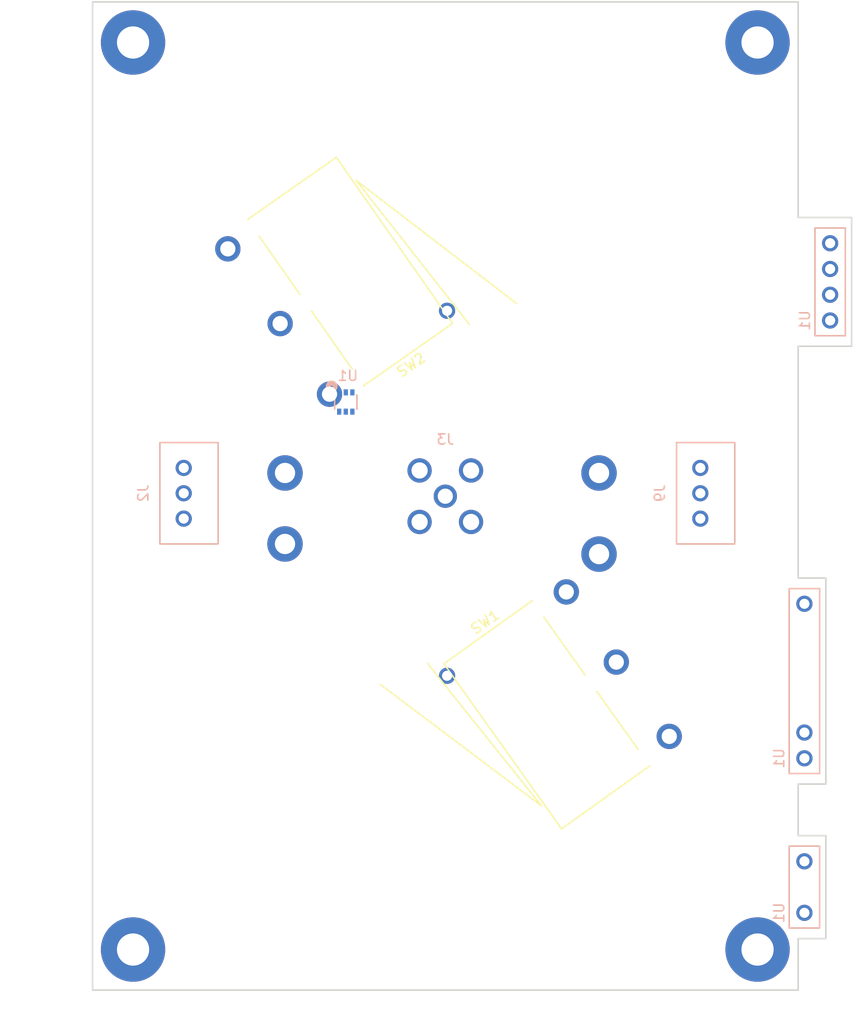
<source format=kicad_pcb>
(kicad_pcb (version 4) (host pcbnew 4.0.7-e2-6376~58~ubuntu16.04.1)

  (general
    (links 17)
    (no_connects 17)
    (area 89.924999 42.464999 165.005001 140.075001)
    (thickness 1.6)
    (drawings 22)
    (tracks 0)
    (zones 0)
    (modules 19)
    (nets 17)
  )

  (page A4)
  (layers
    (0 F.Cu signal)
    (31 B.Cu signal)
    (32 B.Adhes user)
    (33 F.Adhes user)
    (34 B.Paste user)
    (35 F.Paste user)
    (36 B.SilkS user)
    (37 F.SilkS user)
    (38 B.Mask user)
    (39 F.Mask user)
    (40 Dwgs.User user)
    (41 Cmts.User user)
    (42 Eco1.User user)
    (43 Eco2.User user)
    (44 Edge.Cuts user)
    (45 Margin user)
    (46 B.CrtYd user)
    (47 F.CrtYd user)
    (48 B.Fab user)
    (49 F.Fab user)
  )

  (setup
    (last_trace_width 0.25)
    (trace_clearance 0.2)
    (zone_clearance 0.2)
    (zone_45_only no)
    (trace_min 0.2)
    (segment_width 0.2)
    (edge_width 0.15)
    (via_size 0.6)
    (via_drill 0.4)
    (via_min_size 0.4)
    (via_min_drill 0.3)
    (uvia_size 0.3)
    (uvia_drill 0.1)
    (uvias_allowed no)
    (uvia_min_size 0.2)
    (uvia_min_drill 0.1)
    (pcb_text_width 0.3)
    (pcb_text_size 1.5 1.5)
    (mod_edge_width 0.15)
    (mod_text_size 1 1)
    (mod_text_width 0.15)
    (pad_size 1.6 1.6)
    (pad_drill 1)
    (pad_to_mask_clearance 0.2)
    (aux_axis_origin 90 140)
    (grid_origin 90 140)
    (visible_elements FFFFFF7F)
    (pcbplotparams
      (layerselection 0x00030_80000001)
      (usegerberextensions false)
      (excludeedgelayer true)
      (linewidth 0.100000)
      (plotframeref false)
      (viasonmask false)
      (mode 1)
      (useauxorigin false)
      (hpglpennumber 1)
      (hpglpenspeed 20)
      (hpglpendiameter 15)
      (hpglpenoverlay 2)
      (psnegative false)
      (psa4output false)
      (plotreference true)
      (plotvalue true)
      (plotinvisibletext false)
      (padsonsilk false)
      (subtractmaskfromsilk false)
      (outputformat 1)
      (mirror false)
      (drillshape 1)
      (scaleselection 1)
      (outputdirectory ""))
  )

  (net 0 "")
  (net 1 "Net-(J1-Pad1)")
  (net 2 "Net-(J3-Pad2)")
  (net 3 "Net-(J2-Pad1)")
  (net 4 "Net-(J2-Pad2)")
  (net 5 "Net-(SW1-PadNO)")
  (net 6 "Net-(SW2-PadNO)")
  (net 7 "Net-(J9-Pad2)")
  (net 8 "Net-(J10-Pad1)")
  (net 9 "Net-(J11-Pad1)")
  (net 10 "Net-(J12-Pad1)")
  (net 11 "Net-(J13-Pad1)")
  (net 12 GND)
  (net 13 "Net-(J9-Pad1)")
  (net 14 "Net-(J9-Pad3)")
  (net 15 "Net-(SW1-PadNC)")
  (net 16 "Net-(SW2-PadNC)")

  (net_class Default "This is the default net class."
    (clearance 0.2)
    (trace_width 0.25)
    (via_dia 0.6)
    (via_drill 0.4)
    (uvia_dia 0.3)
    (uvia_drill 0.1)
    (add_net GND)
    (add_net "Net-(J10-Pad1)")
    (add_net "Net-(J11-Pad1)")
    (add_net "Net-(J12-Pad1)")
    (add_net "Net-(J13-Pad1)")
    (add_net "Net-(J2-Pad1)")
    (add_net "Net-(J2-Pad2)")
    (add_net "Net-(J3-Pad2)")
    (add_net "Net-(J9-Pad1)")
    (add_net "Net-(J9-Pad2)")
    (add_net "Net-(J9-Pad3)")
    (add_net "Net-(SW1-PadNC)")
    (add_net "Net-(SW1-PadNO)")
    (add_net "Net-(SW2-PadNC)")
    (add_net "Net-(SW2-PadNO)")
  )

  (net_class RF ""
    (clearance 0.2)
    (trace_width 0.5)
    (via_dia 0.6)
    (via_drill 0.4)
    (uvia_dia 0.3)
    (uvia_drill 0.1)
    (add_net "Net-(J1-Pad1)")
  )

  (module SFUSat:SMA-Vert-TH (layer B.Cu) (tedit 59222DDC) (tstamp 59433206)
    (at 124.825 91.29)
    (path /59433123)
    (fp_text reference J3 (at 0 -5.6) (layer B.SilkS)
      (effects (font (size 1 1) (thickness 0.15)) (justify mirror))
    )
    (fp_text value SMA (at 0 5.6) (layer B.Fab)
      (effects (font (size 1 1) (thickness 0.15)) (justify mirror))
    )
    (fp_line (start 3.2 3.2) (end 3.2 -3.2) (layer Dwgs.User) (width 0.15))
    (fp_line (start 3.2 -3.2) (end -3.2 -3.2) (layer Dwgs.User) (width 0.15))
    (fp_line (start -3.2 -3.2) (end -3.2 3.2) (layer Dwgs.User) (width 0.15))
    (fp_line (start -3.2 3.2) (end 3.2 3.2) (layer Dwgs.User) (width 0.15))
    (pad 2 thru_hole circle (at -2.54 -2.54) (size 2.4 2.4) (drill 1.6) (layers *.Cu *.Mask)
      (net 2 "Net-(J3-Pad2)"))
    (pad 2 thru_hole circle (at 2.54 -2.54) (size 2.4 2.4) (drill 1.6) (layers *.Cu *.Mask)
      (net 2 "Net-(J3-Pad2)"))
    (pad 2 thru_hole circle (at 2.54 2.54) (size 2.4 2.4) (drill 1.6) (layers *.Cu *.Mask)
      (net 2 "Net-(J3-Pad2)"))
    (pad 1 thru_hole circle (at 0 0) (size 2.3 2.3) (drill 1.5) (layers *.Cu *.Mask)
      (net 1 "Net-(J1-Pad1)"))
    (pad 2 thru_hole circle (at -2.54 2.54) (size 2.4 2.4) (drill 1.6) (layers *.Cu *.Mask)
      (net 2 "Net-(J3-Pad2)"))
    (model ../../../../../home/tobi/Cubesat/Antenna-Feed/KiCad-Lib/SFUSat.pretty/SMA-J-P-H-ST-TH1.wrl
      (at (xyz 0 0 0))
      (scale (xyz 1 1 1))
      (rotate (xyz 0 0 0))
    )
  )

  (module SFUSat:B3B-XH-A (layer B.Cu) (tedit 5AE4C803) (tstamp 5AA3987C)
    (at 99 91 90)
    (path /5AA386EC)
    (fp_text reference J2 (at 0 -4 90) (layer B.SilkS)
      (effects (font (size 1 1) (thickness 0.15)) (justify mirror))
    )
    (fp_text value "B3B-XH-A(LF)(SN)" (at 0 2.5 90) (layer B.Fab)
      (effects (font (size 1 1) (thickness 0.15)) (justify mirror))
    )
    (fp_line (start -4.95 -2.35) (end 4.95 -2.35) (layer B.SilkS) (width 0.15))
    (fp_line (start 5 3.4) (end 5 -2.35) (layer B.SilkS) (width 0.15))
    (fp_line (start -4.95 3.4) (end 4.95 3.4) (layer B.SilkS) (width 0.15))
    (fp_line (start -5 3.4) (end -5 -2.35) (layer B.SilkS) (width 0.15))
    (pad 1 thru_hole circle (at -2.5 0 90) (size 1.6 1.6) (drill 1) (layers *.Cu *.Mask)
      (net 3 "Net-(J2-Pad1)"))
    (pad 3 thru_hole circle (at 2.5 0 90) (size 1.6 1.6) (drill 1) (layers *.Cu *.Mask)
      (net 12 GND))
    (pad 2 thru_hole circle (at 0 0 90) (size 1.6 1.6) (drill 1) (layers *.Cu *.Mask)
      (net 4 "Net-(J2-Pad2)"))
    (model ../../../../../home/tobi/Cubesat/Antenna-Feed/KiCad-Lib/SFUSat.pretty/B3B-XH-A.wrl
      (at (xyz 0 0 0))
      (scale (xyz 1 1 1))
      (rotate (xyz 0 0 0))
    )
  )

  (module SFUSat:via-0.97mm (layer F.Cu) (tedit 5ABFF726) (tstamp 5AA5E366)
    (at 125 109)
    (path /5AA46726)
    (fp_text reference J1 (at 0.0635 2.032) (layer F.SilkS) hide
      (effects (font (size 1 1) (thickness 0.15)))
    )
    (fp_text value Conn_01x01 (at 0.254 -2.8575) (layer F.Fab) hide
      (effects (font (size 1 1) (thickness 0.15)))
    )
    (pad 1 thru_hole circle (at 0 0) (size 1.6 1.6) (drill 1) (layers *.Cu)
      (net 1 "Net-(J1-Pad1)") (zone_connect 2))
  )

  (module SFUSat:via-0.97mm (layer F.Cu) (tedit 5ABFF721) (tstamp 5AA5E36E)
    (at 125 73)
    (path /5AA4669F)
    (fp_text reference J4 (at 0.0635 2.032) (layer F.SilkS) hide
      (effects (font (size 1 1) (thickness 0.15)))
    )
    (fp_text value Conn_01x01 (at 0.254 -2.8575) (layer F.Fab) hide
      (effects (font (size 1 1) (thickness 0.15)))
    )
    (pad 1 thru_hole circle (at 0 0) (size 1.6 1.6) (drill 1) (layers *.Cu)
      (net 2 "Net-(J3-Pad2)") (zone_connect 2))
  )

  (module SFUSat:SS-3GLPD-R (layer F.Cu) (tedit 5AE4C63E) (tstamp 5AA5E395)
    (at 140.02 109.16 125.5)
    (path /5AA5D587)
    (fp_text reference SW1 (at 11 -6 215.5) (layer F.SilkS)
      (effects (font (size 1 1) (thickness 0.15)))
    )
    (fp_text value LIMIT_SWITCH (at 0 -8 125.5) (layer F.Fab)
      (effects (font (size 1 1) (thickness 0.15)))
    )
    (fp_line (start -7 -12) (end 12 -18) (layer F.SilkS) (width 0.15))
    (fp_line (start -7 -12) (end 11 -13) (layer F.SilkS) (width 0.15))
    (fp_line (start -10 -11.7) (end 10 -11.7) (layer F.SilkS) (width 0.15))
    (fp_line (start 10 -1) (end 10 -11.7) (layer F.SilkS) (width 0.15))
    (fp_line (start -8 -1) (end -10 -1) (layer F.Fab) (width 0.15))
    (fp_line (start 8 -1) (end 10 -1) (layer F.Fab) (width 0.15))
    (fp_line (start 1 -1) (end 8 -1) (layer F.SilkS) (width 0.15))
    (fp_line (start -1 -1) (end 1 -1) (layer F.Fab) (width 0.15))
    (fp_line (start -8 -1) (end -1 -1) (layer F.SilkS) (width 0.15))
    (fp_line (start -10 -1) (end -10 -11.7) (layer F.SilkS) (width 0.15))
    (pad NO thru_hole circle (at 0.25 2.25 125.5) (size 2.5 2.5) (drill 1.5) (layers *.Cu *.Mask)
      (net 5 "Net-(SW1-PadNO)"))
    (pad COM thru_hole circle (at -8.75 2.25 125.5) (size 2.5 2.5) (drill 1.5) (layers *.Cu *.Mask)
      (net 13 "Net-(J9-Pad1)"))
    (pad NC thru_hole circle (at 8.75 2.25 125.5) (size 2.5 2.5) (drill 1.5) (layers *.Cu *.Mask)
      (net 15 "Net-(SW1-PadNC)"))
    (pad "" np_thru_hole circle (at 4.75 -4 125.5) (size 2.4 2.4) (drill 2.4) (layers *.Cu *.Mask))
    (pad "" np_thru_hole circle (at -4.75 -4 125.5) (size 2.4 2.4) (drill 2.4) (layers *.Cu *.Mask))
    (model /home/tobi/Cubesat/z-panel/KiCad-Lib/SFUSat.pretty/SS_3GLP_R.wrl
      (at (xyz 0 0 0))
      (scale (xyz 1 1 1))
      (rotate (xyz 0 0 0))
    )
  )

  (module SFUSat:SS-3GLPD-R (layer F.Cu) (tedit 5AA48577) (tstamp 5AA5E3A8)
    (at 110.218904 72.77 305)
    (path /5AAB74FD)
    (fp_text reference SW2 (at 11 -6 395) (layer F.SilkS)
      (effects (font (size 1 1) (thickness 0.15)))
    )
    (fp_text value LIMIT_SWITCH (at 0 -8 305) (layer F.Fab)
      (effects (font (size 1 1) (thickness 0.15)))
    )
    (fp_line (start -7 -12) (end 12 -18) (layer F.SilkS) (width 0.15))
    (fp_line (start -7 -12) (end 11 -13) (layer F.SilkS) (width 0.15))
    (fp_line (start -10 -11.7) (end 10 -11.7) (layer F.SilkS) (width 0.15))
    (fp_line (start 10 -1) (end 10 -11.7) (layer F.SilkS) (width 0.15))
    (fp_line (start -8 -1) (end -10 -1) (layer F.Fab) (width 0.15))
    (fp_line (start 8 -1) (end 10 -1) (layer F.Fab) (width 0.15))
    (fp_line (start 1 -1) (end 8 -1) (layer F.SilkS) (width 0.15))
    (fp_line (start -1 -1) (end 1 -1) (layer F.Fab) (width 0.15))
    (fp_line (start -8 -1) (end -1 -1) (layer F.SilkS) (width 0.15))
    (fp_line (start -10 -1) (end -10 -11.7) (layer F.SilkS) (width 0.15))
    (pad NO thru_hole circle (at 0.25 2.25 305) (size 2.5 2.5) (drill 1.5) (layers *.Cu *.Mask)
      (net 6 "Net-(SW2-PadNO)"))
    (pad COM thru_hole circle (at -8.75 2.25 305) (size 2.5 2.5) (drill 1.5) (layers *.Cu *.Mask)
      (net 13 "Net-(J9-Pad1)"))
    (pad NC thru_hole circle (at 8.75 2.25 305) (size 2.5 2.5) (drill 1.5) (layers *.Cu *.Mask)
      (net 16 "Net-(SW2-PadNC)"))
    (pad "" np_thru_hole circle (at 4.75 -4 305) (size 2.4 2.4) (drill 2.4) (layers *.Cu *.Mask))
    (pad "" np_thru_hole circle (at -4.75 -4 305) (size 2.4 2.4) (drill 2.4) (layers *.Cu *.Mask))
    (model /home/tobi/Cubesat/z-panel/KiCad-Lib/SFUSat.pretty/SS_3GLP_R.wrl
      (at (xyz 0 0 0))
      (scale (xyz 1 1 1))
      (rotate (xyz 0 0 0))
    )
  )

  (module SFUSat:B3B-XH-A (layer B.Cu) (tedit 5AA3636D) (tstamp 5AAB0EDA)
    (at 150 91 90)
    (path /5AAB74F1)
    (fp_text reference J9 (at 0 -4 90) (layer B.SilkS)
      (effects (font (size 1 1) (thickness 0.15)) (justify mirror))
    )
    (fp_text value "B3B-XH-A(LF)(SN)" (at 0 2.5 90) (layer B.Fab)
      (effects (font (size 1 1) (thickness 0.15)) (justify mirror))
    )
    (fp_line (start -4.95 -2.35) (end 4.95 -2.35) (layer B.SilkS) (width 0.15))
    (fp_line (start 5 3.4) (end 5 -2.35) (layer B.SilkS) (width 0.15))
    (fp_line (start -4.95 3.4) (end 4.95 3.4) (layer B.SilkS) (width 0.15))
    (fp_line (start -5 3.4) (end -5 -2.35) (layer B.SilkS) (width 0.15))
    (pad 1 thru_hole circle (at -2.5 0 90) (size 1.6 1.6) (drill 1) (layers *.Cu *.Mask)
      (net 13 "Net-(J9-Pad1)"))
    (pad 3 thru_hole circle (at 2.5 0 90) (size 1.6 1.6) (drill 1) (layers *.Cu *.Mask)
      (net 14 "Net-(J9-Pad3)"))
    (pad 2 thru_hole circle (at 0 0 90) (size 1.6 1.6) (drill 1) (layers *.Cu *.Mask)
      (net 7 "Net-(J9-Pad2)"))
    (model /home/tobi/Cubesat/z-panel/KiCad-Lib/SFUSat.pretty/B3B-XH-A.wrl
      (at (xyz 0 0 0))
      (scale (xyz 1 1 1))
      (rotate (xyz 0 0 0))
    )
  )

  (module SFUSat:PC104PTH (layer F.Cu) (tedit 59220F68) (tstamp 5AAB2561)
    (at 155.65 136)
    (path /5AAB79C2)
    (fp_text reference J10 (at 0 5.08) (layer F.SilkS) hide
      (effects (font (size 1 1) (thickness 0.15)))
    )
    (fp_text value PC104PTH (at 0 -3.81) (layer F.Fab) hide
      (effects (font (size 1 1) (thickness 0.15)))
    )
    (pad 1 thru_hole circle (at 0 0) (size 6.35 6.35) (drill 3.18) (layers *.Cu *.Mask)
      (net 8 "Net-(J10-Pad1)"))
  )

  (module SFUSat:PC104PTH (layer F.Cu) (tedit 59220F68) (tstamp 5AAB2566)
    (at 94 136)
    (path /5AAB7B97)
    (fp_text reference J11 (at 0 5.08) (layer F.SilkS) hide
      (effects (font (size 1 1) (thickness 0.15)))
    )
    (fp_text value PC104PTH (at 0 -3.81) (layer F.Fab) hide
      (effects (font (size 1 1) (thickness 0.15)))
    )
    (pad 1 thru_hole circle (at 0 0) (size 6.35 6.35) (drill 3.18) (layers *.Cu *.Mask)
      (net 9 "Net-(J11-Pad1)"))
  )

  (module SFUSat:PC104PTH (layer F.Cu) (tedit 59220F68) (tstamp 5AAB256B)
    (at 94 46.54)
    (path /5AAB7CFA)
    (fp_text reference J12 (at 0 5.08) (layer F.SilkS) hide
      (effects (font (size 1 1) (thickness 0.15)))
    )
    (fp_text value PC104PTH (at 0 -3.81) (layer F.Fab) hide
      (effects (font (size 1 1) (thickness 0.15)))
    )
    (pad 1 thru_hole circle (at 0 0) (size 6.35 6.35) (drill 3.18) (layers *.Cu *.Mask)
      (net 10 "Net-(J12-Pad1)"))
  )

  (module SFUSat:PC104PTH (layer F.Cu) (tedit 59220F68) (tstamp 5AAB2570)
    (at 155.65 46.54)
    (path /5AAB7D00)
    (fp_text reference J13 (at 0 5.08) (layer F.SilkS) hide
      (effects (font (size 1 1) (thickness 0.15)))
    )
    (fp_text value PC104PTH (at 0 -3.81) (layer F.Fab) hide
      (effects (font (size 1 1) (thickness 0.15)))
    )
    (pad 1 thru_hole circle (at 0 0) (size 6.35 6.35) (drill 3.18) (layers *.Cu *.Mask)
      (net 11 "Net-(J13-Pad1)"))
  )

  (module SFUSat:PTH-2.0mm (layer F.Cu) (tedit 5A83AAA5) (tstamp 5AAB2599)
    (at 109 96)
    (path /5AA46B9D)
    (fp_text reference J5 (at 0 2.1) (layer F.SilkS) hide
      (effects (font (size 1 1) (thickness 0.15)))
    )
    (fp_text value Conn_01x01 (at 0 -2.2) (layer F.Fab) hide
      (effects (font (size 1 1) (thickness 0.15)))
    )
    (pad 1 thru_hole circle (at 0 0) (size 3.5 3.5) (drill 2) (layers *.Cu *.Mask)
      (net 3 "Net-(J2-Pad1)"))
    (model ../../../../../home/tobi/Cubesat/Antenna-Feed/KiCad-Lib/SFUSat.pretty/turret.wrl
      (at (xyz 0 0 0))
      (scale (xyz 1 1 1))
      (rotate (xyz 0 0 0))
    )
  )

  (module SFUSat:PTH-2.0mm (layer F.Cu) (tedit 5A83AAA5) (tstamp 5AAB259D)
    (at 109 89)
    (path /5AA5E577)
    (fp_text reference J6 (at 0 2.1) (layer F.SilkS) hide
      (effects (font (size 1 1) (thickness 0.15)))
    )
    (fp_text value Conn_01x01 (at 0 -2.2) (layer F.Fab) hide
      (effects (font (size 1 1) (thickness 0.15)))
    )
    (pad 1 thru_hole circle (at 0 0) (size 3.5 3.5) (drill 2) (layers *.Cu *.Mask)
      (net 12 GND))
    (model ../../../../../home/tobi/Cubesat/Antenna-Feed/KiCad-Lib/SFUSat.pretty/turret.wrl
      (at (xyz 0 0 0))
      (scale (xyz 1 1 1))
      (rotate (xyz 0 0 0))
    )
  )

  (module SFUSat:PTH-2.0mm (layer F.Cu) (tedit 5A83AAA5) (tstamp 5AAB25A1)
    (at 140 97)
    (path /5AAB74F7)
    (fp_text reference J7 (at 0 2.1) (layer F.SilkS) hide
      (effects (font (size 1 1) (thickness 0.15)))
    )
    (fp_text value Conn_01x01 (at 0 -2.2) (layer F.Fab) hide
      (effects (font (size 1 1) (thickness 0.15)))
    )
    (pad 1 thru_hole circle (at 0 0) (size 3.5 3.5) (drill 2) (layers *.Cu *.Mask)
      (net 12 GND))
    (model ../../../../../home/tobi/Cubesat/Antenna-Feed/KiCad-Lib/SFUSat.pretty/turret.wrl
      (at (xyz 0 0 0))
      (scale (xyz 1 1 1))
      (rotate (xyz 0 0 0))
    )
  )

  (module SFUSat:PTH-2.0mm (layer F.Cu) (tedit 5A83AAA5) (tstamp 5AAB25A5)
    (at 140 89)
    (path /5AAB7503)
    (fp_text reference J8 (at 0 2.1) (layer F.SilkS) hide
      (effects (font (size 1 1) (thickness 0.15)))
    )
    (fp_text value Conn_01x01 (at 0 -2.2) (layer F.Fab) hide
      (effects (font (size 1 1) (thickness 0.15)))
    )
    (pad 1 thru_hole circle (at 0 0) (size 3.5 3.5) (drill 2) (layers *.Cu *.Mask)
      (net 4 "Net-(J2-Pad2)"))
    (model ../../../../../home/tobi/Cubesat/Antenna-Feed/KiCad-Lib/SFUSat.pretty/turret.wrl
      (at (xyz 0 0 0))
      (scale (xyz 1 1 1))
      (rotate (xyz 0 0 0))
    )
  )

  (module SFUSat:SOT-363 (layer B.Cu) (tedit 5ABFF9D7) (tstamp 5AC01E3B)
    (at 115 82)
    (path /5AC00BEF)
    (fp_text reference U1 (at 0.2032 -2.5908) (layer B.SilkS)
      (effects (font (size 1 1) (thickness 0.15)) (justify mirror))
    )
    (fp_text value NC7SZ157 (at -0.1778 2.9464) (layer B.Fab)
      (effects (font (size 1 1) (thickness 0.15)) (justify mirror))
    )
    (fp_circle (center -1.397 -1.524) (end -1.3335 -1.5875) (layer B.SilkS) (width 0.5))
    (fp_line (start -1.1 0.7) (end -1.1 -0.7) (layer B.SilkS) (width 0.15))
    (fp_line (start 1.1 0.7) (end 1.1 -0.7) (layer B.SilkS) (width 0.15))
    (pad 1 smd rect (at -0.65 -0.95) (size 0.42 0.6) (layers B.Cu B.Paste B.Mask)
      (net 16 "Net-(SW2-PadNC)"))
    (pad 2 smd rect (at 0 -0.95) (size 0.42 0.6) (layers B.Cu B.Paste B.Mask)
      (net 12 GND))
    (pad 3 smd rect (at 0.65 -0.95) (size 0.42 0.6) (layers B.Cu B.Paste B.Mask)
      (net 15 "Net-(SW1-PadNC)"))
    (pad 6 smd rect (at -0.65 0.95) (size 0.42 0.6) (layers B.Cu B.Paste B.Mask)
      (net 14 "Net-(J9-Pad3)"))
    (pad 5 smd rect (at 0 0.95) (size 0.42 0.6) (layers B.Cu B.Paste B.Mask)
      (net 13 "Net-(J9-Pad1)"))
    (pad 4 smd rect (at 0.65 0.95) (size 0.42 0.6) (layers B.Cu B.Paste B.Mask)
      (net 7 "Net-(J9-Pad2)"))
  )

  (module SFUSat:B3B-XH-A-AntennaFeed-DC (layer B.Cu) (tedit 5AE61621) (tstamp 5AE63A81)
    (at 160.275 132.38 90)
    (fp_text reference U1 (at 0 -2.5 90) (layer B.SilkS)
      (effects (font (size 1 1) (thickness 0.15)) (justify mirror))
    )
    (fp_text value "B3B-XH-A-AntennaFeed-DC(LF)(SN)" (at 3.4 2.5 90) (layer B.Fab)
      (effects (font (size 1 1) (thickness 0.15)) (justify mirror))
    )
    (fp_line (start 6.58 -1.5) (end 6.58 1.5) (layer B.SilkS) (width 0.15))
    (fp_line (start -1.5 -1.5) (end 6.58 -1.5) (layer B.SilkS) (width 0.15))
    (fp_line (start -1.5 1.5) (end 6.58 1.5) (layer B.SilkS) (width 0.15))
    (fp_line (start -1.5 1.5) (end -1.5 -1.5) (layer B.SilkS) (width 0.15))
    (pad 1B thru_hole circle (at 0 0 90) (size 1.6 1.6) (drill 1) (layers *.Cu *.Mask))
    (pad 3B thru_hole circle (at 5.08 0 90) (size 1.6 1.6) (drill 1) (layers *.Cu *.Mask))
  )

  (module SFUSat:B3B-XH-A-AntennaFeed-RFDep (layer B.Cu) (tedit 5AE6127E) (tstamp 5AE63AE5)
    (at 160.275 117.14 90)
    (fp_text reference U1 (at 0 -2.5 90) (layer B.SilkS)
      (effects (font (size 1 1) (thickness 0.15)) (justify mirror))
    )
    (fp_text value "B3B-XH-A-AntennaFeed-RFDep(LF)(SN)" (at 3.4 2.5 90) (layer B.Fab)
      (effects (font (size 1 1) (thickness 0.15)) (justify mirror))
    )
    (fp_line (start 16.74 -1.5) (end 16.74 1.5) (layer B.SilkS) (width 0.15))
    (fp_line (start -1.5 -1.5) (end 16.74 -1.5) (layer B.SilkS) (width 0.15))
    (fp_line (start -1.5 1.5) (end 16.74 1.5) (layer B.SilkS) (width 0.15))
    (fp_line (start -1.5 1.5) (end -1.5 -1.5) (layer B.SilkS) (width 0.15))
    (pad 7B thru_hole circle (at 0 0 90) (size 1.6 1.6) (drill 1) (layers *.Cu *.Mask))
    (pad 8B thru_hole circle (at 2.54 0 90) (size 1.6 1.6) (drill 1) (layers *.Cu *.Mask))
    (pad 13B thru_hole circle (at 15.24 0 90) (size 1.6 1.6) (drill 1) (layers *.Cu *.Mask))
  )

  (module SFUSat:B3B-XH-A-AntennaFeed-DepPow (layer B.Cu) (tedit 5AE612CE) (tstamp 5AE63B80)
    (at 162.815 73.96 90)
    (fp_text reference U1 (at 0 -2.5 90) (layer B.SilkS)
      (effects (font (size 1 1) (thickness 0.15)) (justify mirror))
    )
    (fp_text value "B3B-XH-A-AntennaFeed-DepPow(LF)(SN)" (at 3.4 2.5 90) (layer B.Fab)
      (effects (font (size 1 1) (thickness 0.15)) (justify mirror))
    )
    (fp_line (start 9.12 -1.5) (end 9.12 1.5) (layer B.SilkS) (width 0.15))
    (fp_line (start -1.5 -1.5) (end 9.12 -1.5) (layer B.SilkS) (width 0.15))
    (fp_line (start -1.5 1.5) (end 9.12 1.5) (layer B.SilkS) (width 0.15))
    (fp_line (start -1.5 1.5) (end -1.5 -1.5) (layer B.SilkS) (width 0.15))
    (pad 24A thru_hole circle (at 0 0 90) (size 1.6 1.6) (drill 1) (layers *.Cu *.Mask))
    (pad 25A thru_hole circle (at 2.54 0 90) (size 1.6 1.6) (drill 1) (layers *.Cu *.Mask))
    (pad 27A thru_hole circle (at 7.62 0 90) (size 1.6 1.6) (drill 1) (layers *.Cu *.Mask))
    (pad 26A thru_hole circle (at 5.08 0 90) (size 1.6 1.6) (drill 1) (layers *.Cu *.Mask))
  )

  (gr_circle (center 116.25 74.38) (end 116.33 74.38) (layer F.SilkS) (width 0.2))
  (gr_circle (center 110.86 66.7) (end 110.95 66.7) (layer F.SilkS) (width 0.2))
  (gr_circle (center 134.01 107.79) (end 134.05 107.79) (layer F.SilkS) (width 0.2))
  (gr_circle (center 139.53 115.4) (end 139.54 115.4) (layer F.SilkS) (width 1))
  (gr_line (start 159.66 63.8) (end 159.66 42.54) (layer Edge.Cuts) (width 0.15))
  (gr_line (start 164.93 63.8) (end 159.66 63.8) (layer Edge.Cuts) (width 0.15))
  (gr_line (start 164.93 76.5) (end 164.93 63.8) (layer Edge.Cuts) (width 0.15))
  (gr_line (start 159.66 76.5) (end 164.93 76.5) (layer Edge.Cuts) (width 0.15))
  (gr_line (start 159.66 99.36) (end 159.66 76.5) (layer Edge.Cuts) (width 0.15))
  (gr_line (start 162.39 99.36) (end 159.66 99.36) (layer Edge.Cuts) (width 0.15))
  (gr_line (start 162.39 119.68) (end 162.39 99.36) (layer Edge.Cuts) (width 0.15))
  (gr_line (start 159.66 119.68) (end 162.39 119.68) (layer Edge.Cuts) (width 0.15))
  (gr_line (start 159.66 124.76) (end 159.66 119.68) (layer Edge.Cuts) (width 0.15))
  (gr_line (start 162.39 124.76) (end 159.66 124.76) (layer Edge.Cuts) (width 0.15))
  (gr_line (start 162.39 134.92) (end 162.39 124.76) (layer Edge.Cuts) (width 0.15))
  (gr_line (start 159.66 134.92) (end 162.39 134.92) (layer Edge.Cuts) (width 0.15))
  (gr_line (start 159.66 140) (end 159.66 134.92) (layer Edge.Cuts) (width 0.15) (tstamp 5AA5E48C))
  (dimension 97.5 (width 0.3) (layer Dwgs.User)
    (gr_text "97.500 mm" (at 87.15 91.25 90) (layer Dwgs.User)
      (effects (font (size 1.5 1.5) (thickness 0.3)))
    )
    (feature1 (pts (xy 90 42.5) (xy 85.8 42.5)))
    (feature2 (pts (xy 90 140) (xy 85.8 140)))
    (crossbar (pts (xy 88.5 140) (xy 88.5 42.5)))
    (arrow1a (pts (xy 88.5 42.5) (xy 89.086421 43.626504)))
    (arrow1b (pts (xy 88.5 42.5) (xy 87.913579 43.626504)))
    (arrow2a (pts (xy 88.5 140) (xy 89.086421 138.873496)))
    (arrow2b (pts (xy 88.5 140) (xy 87.913579 138.873496)))
  )
  (gr_line (start 90 42.54) (end 159.66 42.54) (layer Edge.Cuts) (width 0.15) (tstamp 5AA5E48A))
  (dimension 69.7 (width 0.3) (layer Dwgs.User)
    (gr_text "69.700 mm" (at 124.85 143.35) (layer Dwgs.User)
      (effects (font (size 1.5 1.5) (thickness 0.3)))
    )
    (feature1 (pts (xy 159.7 140) (xy 159.7 144.7)))
    (feature2 (pts (xy 90 140) (xy 90 144.7)))
    (crossbar (pts (xy 90 142) (xy 159.7 142)))
    (arrow1a (pts (xy 159.7 142) (xy 158.573496 142.586421)))
    (arrow1b (pts (xy 159.7 142) (xy 158.573496 141.413579)))
    (arrow2a (pts (xy 90 142) (xy 91.126504 142.586421)))
    (arrow2b (pts (xy 90 142) (xy 91.126504 141.413579)))
  )
  (gr_line (start 90 140) (end 159.66 140) (layer Edge.Cuts) (width 0.15))
  (gr_line (start 90 140) (end 90 42.54) (layer Edge.Cuts) (width 0.15))

)

</source>
